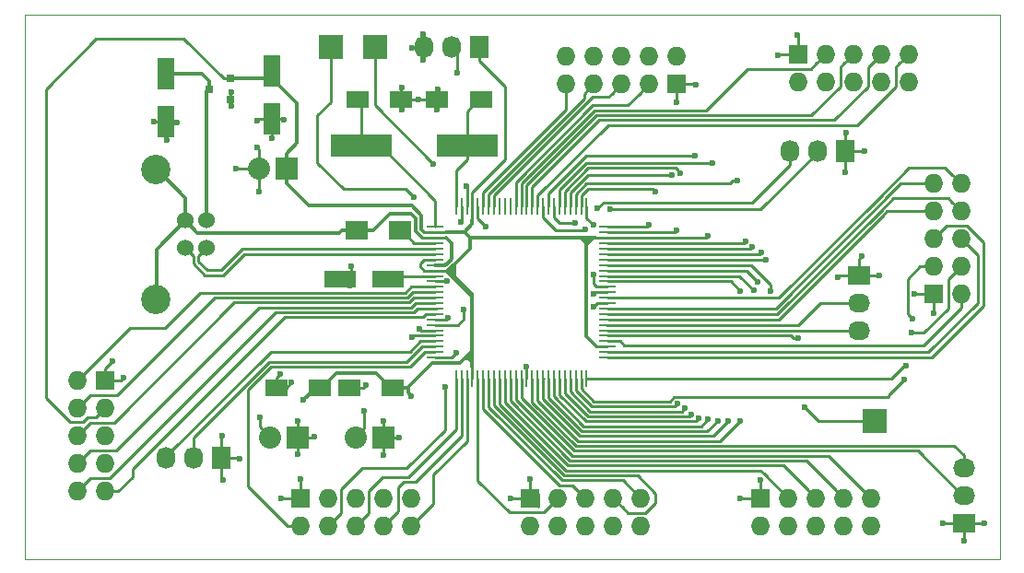
<source format=gtl>
G04 #@! TF.FileFunction,Copper,L1,Top,Signal*
%FSLAX46Y46*%
G04 Gerber Fmt 4.6, Leading zero omitted, Abs format (unit mm)*
G04 Created by KiCad (PCBNEW 4.0.2-stable) date vie 27 may 2016 00:51:31 CEST*
%MOMM*%
G01*
G04 APERTURE LIST*
%ADD10C,0.100000*%
%ADD11R,1.727200X1.727200*%
%ADD12O,1.727200X1.727200*%
%ADD13R,1.500000X0.280000*%
%ADD14R,0.280000X1.500000*%
%ADD15R,1.600200X2.999740*%
%ADD16R,2.000000X1.600000*%
%ADD17R,2.999740X1.600200*%
%ADD18R,2.032000X2.032000*%
%ADD19O,2.032000X2.032000*%
%ADD20R,1.727200X2.032000*%
%ADD21O,1.727200X2.032000*%
%ADD22R,2.235200X2.235200*%
%ADD23C,1.524000*%
%ADD24C,2.700020*%
%ADD25R,2.032000X1.727200*%
%ADD26O,2.032000X1.727200*%
%ADD27R,2.000000X1.700000*%
%ADD28R,0.800100X0.800100*%
%ADD29R,5.600700X2.100580*%
%ADD30C,0.600000*%
%ADD31C,0.350000*%
%ADD32C,0.250000*%
%ADD33C,0.300000*%
G04 APERTURE END LIST*
D10*
X96520000Y-77470000D02*
X96520000Y-127508000D01*
X186055000Y-77470000D02*
X96520000Y-77470000D01*
X186055000Y-127508000D02*
X186055000Y-77470000D01*
X96520000Y-127508000D02*
X186055000Y-127508000D01*
D11*
X121856500Y-121920000D03*
D12*
X121856500Y-124460000D03*
X124396500Y-121920000D03*
X124396500Y-124460000D03*
X126936500Y-121920000D03*
X126936500Y-124460000D03*
X129476500Y-121920000D03*
X129476500Y-124460000D03*
X132016500Y-121920000D03*
X132016500Y-124460000D03*
D13*
X134213000Y-97009396D03*
X134213000Y-97509396D03*
X134213000Y-98009396D03*
X134213000Y-98509396D03*
X134213000Y-99009396D03*
X134213000Y-99509396D03*
X134213000Y-100009396D03*
X134213000Y-100509396D03*
X134213000Y-101009396D03*
X134213000Y-101509396D03*
X134213000Y-102009396D03*
X134213000Y-102509396D03*
X134213000Y-103009396D03*
X134213000Y-103509396D03*
X134213000Y-104009396D03*
X134213000Y-104509396D03*
X134213000Y-105009396D03*
X134213000Y-105509396D03*
X134213000Y-106009396D03*
X134213000Y-106509396D03*
X134213000Y-107009396D03*
X134213000Y-107509396D03*
X134213000Y-108009396D03*
X134213000Y-108509396D03*
X134213000Y-109009396D03*
D14*
X136113000Y-110909396D03*
X136613000Y-110909396D03*
X137113000Y-110909396D03*
X137613000Y-110909396D03*
X138113000Y-110909396D03*
X138613000Y-110909396D03*
X139113000Y-110909396D03*
X139613000Y-110909396D03*
X140113000Y-110909396D03*
X140613000Y-110909396D03*
X141113000Y-110909396D03*
X141613000Y-110909396D03*
X142113000Y-110909396D03*
X142613000Y-110909396D03*
X143113000Y-110909396D03*
X143613000Y-110909396D03*
X144113000Y-110909396D03*
X144613000Y-110909396D03*
X145113000Y-110909396D03*
X145613000Y-110909396D03*
X146113000Y-110909396D03*
X146613000Y-110909396D03*
X147113000Y-110909396D03*
X147613000Y-110909396D03*
X148113000Y-110909396D03*
D13*
X150013000Y-109009396D03*
X150013000Y-108509396D03*
X150013000Y-108009396D03*
X150013000Y-107509396D03*
X150013000Y-107009396D03*
X150013000Y-106509396D03*
X150013000Y-106009396D03*
X150013000Y-105509396D03*
X150013000Y-105009396D03*
X150013000Y-104509396D03*
X150013000Y-104009396D03*
X150013000Y-103509396D03*
X150013000Y-103009396D03*
X150013000Y-102509396D03*
X150013000Y-102009396D03*
X150013000Y-101509396D03*
X150013000Y-101009396D03*
X150013000Y-100509396D03*
X150013000Y-100009396D03*
X150013000Y-99509396D03*
X150013000Y-99009396D03*
X150013000Y-98509396D03*
X150013000Y-98009396D03*
X150013000Y-97509396D03*
X150013000Y-97009396D03*
D14*
X148113000Y-95109396D03*
X147613000Y-95109396D03*
X147113000Y-95109396D03*
X146613000Y-95109396D03*
X146113000Y-95109396D03*
X145613000Y-95109396D03*
X145113000Y-95109396D03*
X144613000Y-95109396D03*
X144113000Y-95109396D03*
X143613000Y-95109396D03*
X143113000Y-95109396D03*
X142613000Y-95109396D03*
X142113000Y-95109396D03*
X141613000Y-95109396D03*
X141113000Y-95109396D03*
X140613000Y-95109396D03*
X140113000Y-95109396D03*
X139613000Y-95109396D03*
X139113000Y-95109396D03*
X138613000Y-95109396D03*
X138113000Y-95109396D03*
X137613000Y-95109396D03*
X137113000Y-95109396D03*
X136613000Y-95109396D03*
X136113000Y-95109396D03*
D15*
X109474000Y-82913220D03*
X109474000Y-87312500D03*
X119189500Y-82659220D03*
X119189500Y-87058500D03*
D16*
X138398000Y-85280500D03*
X134398000Y-85280500D03*
X127095500Y-85280500D03*
X131095500Y-85280500D03*
D17*
X129834640Y-101790500D03*
X125435360Y-101790500D03*
D16*
X123602500Y-111760000D03*
X119602500Y-111760000D03*
X130333500Y-111760000D03*
X126333500Y-111760000D03*
D18*
X120523000Y-91630500D03*
D19*
X117983000Y-91630500D03*
D20*
X138239500Y-80454500D03*
D21*
X135699500Y-80454500D03*
X133159500Y-80454500D03*
D22*
X128651000Y-80454500D03*
D23*
X113220500Y-98966020D03*
X113220500Y-96426020D03*
X111221520Y-96426020D03*
X111221520Y-98966020D03*
D24*
X108521500Y-103695500D03*
X108521500Y-91696540D03*
D20*
X171831000Y-90043000D03*
D21*
X169291000Y-90043000D03*
X166751000Y-90043000D03*
D25*
X173101000Y-101473000D03*
D26*
X173101000Y-104013000D03*
X173101000Y-106553000D03*
D22*
X124587000Y-80454500D03*
X174561500Y-114871500D03*
D20*
X114554000Y-118237000D03*
D21*
X112014000Y-118237000D03*
X109474000Y-118237000D03*
D25*
X182753000Y-124206000D03*
D26*
X182753000Y-121666000D03*
X182753000Y-119126000D03*
D27*
X130968500Y-97345500D03*
X126968500Y-97345500D03*
D28*
X115427760Y-85278000D03*
X115427760Y-83378000D03*
X113428780Y-84328000D03*
D29*
X137119360Y-89535000D03*
X127421640Y-89535000D03*
D18*
X121602500Y-116332000D03*
D19*
X119062500Y-116332000D03*
D18*
X129413000Y-116332000D03*
D19*
X126873000Y-116332000D03*
D11*
X167513000Y-81153000D03*
D12*
X167513000Y-83693000D03*
X170053000Y-81153000D03*
X170053000Y-83693000D03*
X172593000Y-81153000D03*
X172593000Y-83693000D03*
X175133000Y-81153000D03*
X175133000Y-83693000D03*
X177673000Y-81153000D03*
X177673000Y-83693000D03*
D11*
X156400500Y-83883500D03*
D12*
X156400500Y-81343500D03*
X153860500Y-83883500D03*
X153860500Y-81343500D03*
X151320500Y-83883500D03*
X151320500Y-81343500D03*
X148780500Y-83883500D03*
X148780500Y-81343500D03*
X146240500Y-83883500D03*
X146240500Y-81343500D03*
D11*
X142938500Y-121920000D03*
D12*
X142938500Y-124460000D03*
X145478500Y-121920000D03*
X145478500Y-124460000D03*
X148018500Y-121920000D03*
X148018500Y-124460000D03*
X150558500Y-121920000D03*
X150558500Y-124460000D03*
X153098500Y-121920000D03*
X153098500Y-124460000D03*
D11*
X164084000Y-121920000D03*
D12*
X164084000Y-124460000D03*
X166624000Y-121920000D03*
X166624000Y-124460000D03*
X169164000Y-121920000D03*
X169164000Y-124460000D03*
X171704000Y-121920000D03*
X171704000Y-124460000D03*
X174244000Y-121920000D03*
X174244000Y-124460000D03*
D11*
X179959000Y-103187500D03*
D12*
X182499000Y-103187500D03*
X179959000Y-100647500D03*
X182499000Y-100647500D03*
X179959000Y-98107500D03*
X182499000Y-98107500D03*
X179959000Y-95567500D03*
X182499000Y-95567500D03*
X179959000Y-93027500D03*
X182499000Y-93027500D03*
D11*
X103886000Y-111125000D03*
D12*
X101346000Y-111125000D03*
X103886000Y-113665000D03*
X101346000Y-113665000D03*
X103886000Y-116205000D03*
X101346000Y-116205000D03*
X103886000Y-118745000D03*
X101346000Y-118745000D03*
X103886000Y-121285000D03*
X101346000Y-121285000D03*
D30*
X179959000Y-104902000D03*
X178244500Y-103187500D03*
X104521000Y-109347000D03*
X105600500Y-110871000D03*
X158115000Y-83947000D03*
X156400500Y-85534500D03*
X167449500Y-79375000D03*
X165671500Y-81216500D03*
X171958000Y-88328500D03*
X173609000Y-90043000D03*
X171894500Y-91948000D03*
X175006000Y-101473000D03*
X173355000Y-99695000D03*
X171196000Y-101600000D03*
X184658000Y-124206000D03*
X182753000Y-125857000D03*
X180848000Y-124269500D03*
X164084000Y-120269000D03*
X162242500Y-121920000D03*
X142938500Y-120142000D03*
X141097000Y-121983500D03*
X116205000Y-118300500D03*
X114681000Y-120269000D03*
X114617500Y-116205000D03*
X117856000Y-89725500D03*
X115887500Y-91630500D03*
X117983000Y-93789500D03*
X148764615Y-104329220D03*
X120078500Y-121920000D03*
X121793000Y-120205500D03*
X127825500Y-111506000D03*
X120967500Y-111315500D03*
X119951500Y-110490000D03*
X123063000Y-116268500D03*
X121602500Y-114871500D03*
X121602500Y-117856000D03*
X129476500Y-117983000D03*
X130873500Y-116332000D03*
X129413000Y-114871500D03*
X135404346Y-105384376D03*
X126428500Y-102413436D03*
X135309989Y-102009396D03*
X142613000Y-109812407D03*
X115443000Y-84645500D03*
X115506500Y-85915500D03*
X133096000Y-79248000D03*
X132080000Y-80518000D03*
X133096000Y-81661000D03*
X108394500Y-87312500D03*
X110490000Y-87376000D03*
X109537500Y-89027000D03*
X120269000Y-87122000D03*
X119189500Y-88836500D03*
X117856000Y-87249000D03*
X134366000Y-86233000D03*
X134429500Y-84391500D03*
X131127500Y-86233000D03*
X131127500Y-84201000D03*
X132651500Y-85280500D03*
X126492000Y-100584000D03*
X136588500Y-96520000D03*
X122110500Y-112903000D03*
X132016500Y-112522000D03*
X159258000Y-97853500D03*
X162179000Y-114871500D03*
X161099500Y-114871500D03*
X160147000Y-114808000D03*
X159289441Y-114645716D03*
X158426135Y-114625111D03*
X157738392Y-114216421D03*
X157133836Y-113692464D03*
X156460266Y-113260813D03*
X147077140Y-96656980D03*
X158051500Y-90497480D03*
X147955000Y-97218500D03*
X162242500Y-102870000D03*
X163449000Y-102806500D03*
X163830000Y-102044500D03*
X165036500Y-102870000D03*
X164592000Y-100012500D03*
X164180397Y-99326495D03*
X163322000Y-98869500D03*
X162687000Y-98361500D03*
X156400500Y-97345500D03*
X153797000Y-96837500D03*
X148717000Y-96837500D03*
X154432000Y-93726000D03*
X161925000Y-92773500D03*
X155956000Y-92211980D03*
X156738389Y-92044988D03*
X159702500Y-91122500D03*
X138874500Y-96964500D03*
X136207500Y-82867500D03*
X134048500Y-91186000D03*
X137096500Y-93281500D03*
X127698500Y-113919000D03*
X148763112Y-101358285D03*
X150304500Y-95367020D03*
X148717000Y-103187500D03*
X149098000Y-95313500D03*
X136842500Y-104584500D03*
X132270500Y-94297500D03*
X168148000Y-113601500D03*
X167576500Y-107251500D03*
X136144000Y-108585000D03*
X135128000Y-111696500D03*
X178054000Y-105473500D03*
X177292000Y-111061500D03*
X177990500Y-106680000D03*
X177482500Y-109728000D03*
X132710151Y-106384376D03*
X132080000Y-107124500D03*
X118110000Y-114490500D03*
D31*
X113220500Y-96426020D02*
X113220500Y-84536280D01*
X113220500Y-84536280D02*
X113428780Y-84328000D01*
X113428780Y-84328000D02*
X113428780Y-83577950D01*
X112764050Y-82913220D02*
X110624100Y-82913220D01*
X113428780Y-83577950D02*
X112764050Y-82913220D01*
X110624100Y-82913220D02*
X109474000Y-82913220D01*
D32*
X179959000Y-103187500D02*
X179959000Y-104902000D01*
X179959000Y-103187500D02*
X178244500Y-103187500D01*
X103886000Y-111125000D02*
X103886000Y-109982000D01*
X103886000Y-109982000D02*
X104521000Y-109347000D01*
X103886000Y-111125000D02*
X105346500Y-111125000D01*
X105346500Y-111125000D02*
X105600500Y-110871000D01*
X156400500Y-83883500D02*
X158051500Y-83883500D01*
X158051500Y-83883500D02*
X158115000Y-83947000D01*
X156400500Y-83883500D02*
X156400500Y-85534500D01*
X167513000Y-81153000D02*
X167513000Y-79438500D01*
X167513000Y-79438500D02*
X167449500Y-79375000D01*
X167513000Y-81153000D02*
X165735000Y-81153000D01*
X165735000Y-81153000D02*
X165671500Y-81216500D01*
X171831000Y-90043000D02*
X171831000Y-88455500D01*
X171831000Y-88455500D02*
X171958000Y-88328500D01*
X171831000Y-90043000D02*
X173609000Y-90043000D01*
X171831000Y-90043000D02*
X171831000Y-91884500D01*
X171831000Y-91884500D02*
X171894500Y-91948000D01*
X173101000Y-101473000D02*
X175006000Y-101473000D01*
X173101000Y-101473000D02*
X173101000Y-99949000D01*
X173101000Y-99949000D02*
X173355000Y-99695000D01*
X173101000Y-101473000D02*
X171323000Y-101473000D01*
X171323000Y-101473000D02*
X171196000Y-101600000D01*
X182753000Y-124206000D02*
X184658000Y-124206000D01*
X182753000Y-124206000D02*
X182753000Y-125857000D01*
X182753000Y-124206000D02*
X180911500Y-124206000D01*
X180911500Y-124206000D02*
X180848000Y-124269500D01*
X164084000Y-121920000D02*
X164084000Y-120269000D01*
X164084000Y-121920000D02*
X162242500Y-121920000D01*
X142938500Y-121920000D02*
X142938500Y-120142000D01*
X142938500Y-121920000D02*
X141160500Y-121920000D01*
X141160500Y-121920000D02*
X141097000Y-121983500D01*
X114554000Y-118237000D02*
X116141500Y-118237000D01*
X116141500Y-118237000D02*
X116205000Y-118300500D01*
X114554000Y-118237000D02*
X114554000Y-120142000D01*
X114554000Y-120142000D02*
X114681000Y-120269000D01*
X114554000Y-118237000D02*
X114554000Y-116268500D01*
X114554000Y-116268500D02*
X114617500Y-116205000D01*
X117983000Y-91630500D02*
X117983000Y-89852500D01*
X117983000Y-89852500D02*
X117856000Y-89725500D01*
X117983000Y-91630500D02*
X115887500Y-91630500D01*
X117983000Y-91630500D02*
X117983000Y-93789500D01*
X150013000Y-104009396D02*
X149084439Y-104009396D01*
X149084439Y-104009396D02*
X148764615Y-104329220D01*
X121856500Y-121920000D02*
X120078500Y-121920000D01*
X121856500Y-121920000D02*
X121856500Y-120269000D01*
X121856500Y-120269000D02*
X121793000Y-120205500D01*
X126333500Y-111760000D02*
X127571500Y-111760000D01*
X127571500Y-111760000D02*
X127825500Y-111506000D01*
X119602500Y-111760000D02*
X120523000Y-111760000D01*
X120523000Y-111760000D02*
X120967500Y-111315500D01*
X119602500Y-111760000D02*
X119602500Y-110839000D01*
X119602500Y-110839000D02*
X119951500Y-110490000D01*
X121602500Y-116332000D02*
X122999500Y-116332000D01*
X122999500Y-116332000D02*
X123063000Y-116268500D01*
X121602500Y-116332000D02*
X121602500Y-114871500D01*
X121602500Y-116332000D02*
X121602500Y-117856000D01*
X129413000Y-116332000D02*
X129413000Y-117919500D01*
X129413000Y-117919500D02*
X129476500Y-117983000D01*
X129413000Y-116332000D02*
X130873500Y-116332000D01*
X129413000Y-116332000D02*
X129413000Y-114871500D01*
X135279326Y-105509396D02*
X135404346Y-105384376D01*
X134213000Y-105509396D02*
X135279326Y-105509396D01*
X126428500Y-101813360D02*
X126428500Y-101989172D01*
X126451360Y-101790500D02*
X126428500Y-101813360D01*
X126428500Y-101989172D02*
X126428500Y-102413436D01*
X134213000Y-102009396D02*
X135309989Y-102009396D01*
X142613000Y-110909396D02*
X142613000Y-109812407D01*
X115427760Y-85278000D02*
X115427760Y-84660740D01*
X115427760Y-84660740D02*
X115443000Y-84645500D01*
X115427760Y-85278000D02*
X115427760Y-85836760D01*
X115427760Y-85836760D02*
X115506500Y-85915500D01*
X133159500Y-80454500D02*
X133159500Y-79311500D01*
X133159500Y-79311500D02*
X133096000Y-79248000D01*
X133159500Y-80454500D02*
X133159500Y-81597500D01*
X133159500Y-81597500D02*
X133096000Y-81661000D01*
X109474000Y-87312500D02*
X108394500Y-87312500D01*
X109474000Y-87312500D02*
X110426500Y-87312500D01*
X110426500Y-87312500D02*
X110490000Y-87376000D01*
X109474000Y-87312500D02*
X109474000Y-88963500D01*
X109474000Y-88963500D02*
X109537500Y-89027000D01*
X119189500Y-87058500D02*
X120205500Y-87058500D01*
X120205500Y-87058500D02*
X120269000Y-87122000D01*
X119189500Y-87058500D02*
X119189500Y-88836500D01*
X119189500Y-87058500D02*
X118046500Y-87058500D01*
X118046500Y-87058500D02*
X117856000Y-87249000D01*
X134398000Y-85280500D02*
X134398000Y-86201000D01*
X134398000Y-86201000D02*
X134366000Y-86233000D01*
X134398000Y-85280500D02*
X134398000Y-84423000D01*
X134398000Y-84423000D02*
X134429500Y-84391500D01*
X131095500Y-85280500D02*
X131095500Y-86201000D01*
X131095500Y-86201000D02*
X131127500Y-86233000D01*
X131095500Y-85280500D02*
X131095500Y-84233000D01*
X131095500Y-84233000D02*
X131127500Y-84201000D01*
X132651500Y-85280500D02*
X134398000Y-85280500D01*
X131095500Y-85280500D02*
X132651500Y-85280500D01*
X126451360Y-101790500D02*
X124714000Y-101790500D01*
X126451360Y-101790500D02*
X126451360Y-100624640D01*
X126451360Y-100624640D02*
X126492000Y-100584000D01*
X136613000Y-96495500D02*
X136588500Y-96520000D01*
X136613000Y-95109396D02*
X136613000Y-96495500D01*
X143637000Y-122745500D02*
X143637000Y-121524186D01*
D33*
X136890222Y-97488278D02*
X135234118Y-97488278D01*
X137613000Y-96765500D02*
X137613000Y-96420504D01*
D31*
X123802500Y-111760000D02*
X123602500Y-111760000D01*
X130133500Y-111760000D02*
X128800000Y-110426500D01*
X125136000Y-110426500D02*
X123802500Y-111760000D01*
X130333500Y-111760000D02*
X130133500Y-111760000D01*
X128800000Y-110426500D02*
X125136000Y-110426500D01*
X123602500Y-111760000D02*
X123253500Y-111760000D01*
X123253500Y-111760000D02*
X122110500Y-112903000D01*
X131706000Y-111737500D02*
X131706000Y-112211500D01*
X131706000Y-112211500D02*
X132016500Y-112522000D01*
X131706000Y-111728500D02*
X131706000Y-111737500D01*
X131706000Y-111737500D02*
X131683500Y-111760000D01*
X131683500Y-111760000D02*
X130333500Y-111760000D01*
X148041999Y-107020999D02*
X149015395Y-107994395D01*
X148041999Y-102863499D02*
X148041999Y-107020999D01*
X148087987Y-102817511D02*
X148041999Y-102863499D01*
X148145500Y-98171000D02*
X148087987Y-98228513D01*
X148087987Y-98228513D02*
X148087987Y-102817511D01*
X120523000Y-91630500D02*
X120523000Y-90264500D01*
X120523000Y-90264500D02*
X121475500Y-89312000D01*
X121475500Y-89312000D02*
X121475500Y-85644990D01*
X121475500Y-85644990D02*
X119189500Y-83358990D01*
X119189500Y-83358990D02*
X119189500Y-82659220D01*
X132065902Y-95053989D02*
X122580489Y-95053989D01*
X122580489Y-95053989D02*
X120523000Y-92996500D01*
X120523000Y-92996500D02*
X120523000Y-91630500D01*
D32*
X103886000Y-113665000D02*
X103022401Y-114528599D01*
X101835130Y-114935000D02*
X100647500Y-114935000D01*
X100647500Y-114935000D02*
X98425000Y-112712500D01*
X98425000Y-112712500D02*
X98425000Y-84328000D01*
X103022401Y-114528599D02*
X102241531Y-114528599D01*
X102241531Y-114528599D02*
X101835130Y-114935000D01*
X98425000Y-84328000D02*
X103060500Y-79692500D01*
X103060500Y-79692500D02*
X111092210Y-79692500D01*
X111092210Y-79692500D02*
X114777710Y-83378000D01*
X114777710Y-83378000D02*
X115427760Y-83378000D01*
X150013000Y-98009396D02*
X159102104Y-98009396D01*
X159102104Y-98009396D02*
X159258000Y-97853500D01*
D31*
X132955500Y-97226898D02*
X133202999Y-97474397D01*
X132955500Y-95943587D02*
X132955500Y-97226898D01*
X132065902Y-95053989D02*
X132955500Y-95943587D01*
X137613000Y-109410500D02*
X137613000Y-109844394D01*
X137613000Y-108394500D02*
X137613000Y-109410500D01*
X137613000Y-109093000D02*
X137223500Y-109093000D01*
X137223500Y-109093000D02*
X136914500Y-109093000D01*
X137613000Y-109410500D02*
X137541000Y-109410500D01*
X137541000Y-109410500D02*
X137223500Y-109093000D01*
D32*
X137613000Y-109093000D02*
X137613000Y-108902500D01*
X137613000Y-110909396D02*
X137613000Y-109093000D01*
D31*
X136483103Y-109524397D02*
X136914500Y-109093000D01*
X136914500Y-109093000D02*
X137160000Y-108847500D01*
X137160000Y-108847500D02*
X137613000Y-108394500D01*
D32*
X137613000Y-108902500D02*
X137613000Y-108458000D01*
D31*
X137160000Y-108847500D02*
X137558000Y-108847500D01*
X137558000Y-108847500D02*
X137613000Y-108902500D01*
X137390222Y-99014298D02*
X135947520Y-100457000D01*
X135947520Y-100457000D02*
X135757020Y-100647500D01*
X135953500Y-101536500D02*
X135953500Y-100462980D01*
X135953500Y-100462980D02*
X135947520Y-100457000D01*
X135757020Y-100647500D02*
X135395124Y-101009396D01*
X135426396Y-101009396D02*
X135953500Y-101536500D01*
X135953500Y-101536500D02*
X137613000Y-103196000D01*
X135757020Y-100647500D02*
X135757020Y-101340020D01*
X135757020Y-101340020D02*
X135953500Y-101536500D01*
X148618896Y-98171000D02*
X148780500Y-98009396D01*
X148174396Y-98615500D02*
X148618896Y-98171000D01*
X148145500Y-98009396D02*
X148145500Y-98171000D01*
X148618896Y-98171000D02*
X148145500Y-98171000D01*
X147510500Y-98009396D02*
X148780500Y-98009396D01*
X148780500Y-98009396D02*
X148947998Y-98009396D01*
X148145500Y-98615500D02*
X148174396Y-98615500D01*
X137390222Y-98009396D02*
X147510500Y-98009396D01*
D32*
X148145500Y-98615500D02*
X148145500Y-98009396D01*
D31*
X147510500Y-98009396D02*
X147539396Y-98009396D01*
X147539396Y-98009396D02*
X148145500Y-98615500D01*
X137613000Y-103196000D02*
X137613000Y-108394500D01*
X131706000Y-111728500D02*
X133910103Y-109524397D01*
X133910103Y-109524397D02*
X136483103Y-109524397D01*
X135395124Y-101009396D02*
X135426396Y-101009396D01*
X137390222Y-98009396D02*
X137390222Y-99014298D01*
X135395124Y-101009396D02*
X135324413Y-101009396D01*
D32*
X150013000Y-98009396D02*
X148947998Y-98009396D01*
X148947998Y-98009396D02*
X148145500Y-98009396D01*
X137613000Y-96109396D02*
X137613000Y-96174398D01*
X137613000Y-96174398D02*
X137613000Y-95109396D01*
D31*
X136890222Y-97488278D02*
X137613000Y-96765500D01*
X136890222Y-97509396D02*
X136890222Y-97488278D01*
X136890222Y-97509396D02*
X137390222Y-98009396D01*
D32*
X132065902Y-95053989D02*
X131953000Y-95053989D01*
D31*
X115427760Y-83378000D02*
X118470720Y-83378000D01*
X118470720Y-83378000D02*
X119189500Y-82659220D01*
D32*
X150013000Y-108009396D02*
X149013000Y-108009396D01*
X134178001Y-97474397D02*
X133202999Y-97474397D01*
X134213000Y-97509396D02*
X134178001Y-97474397D01*
X137613000Y-108458000D02*
X137613000Y-103409396D01*
X137613000Y-103409396D02*
X135213000Y-101009396D01*
X135213000Y-101009396D02*
X134213000Y-101009396D01*
X132842000Y-100638396D02*
X132842000Y-100380396D01*
X132842000Y-100380396D02*
X133213000Y-100009396D01*
X133213000Y-100009396D02*
X134213000Y-100009396D01*
X134213000Y-101009396D02*
X133213000Y-101009396D01*
X133213000Y-101009396D02*
X132842000Y-100638396D01*
X134213000Y-101009396D02*
X135324413Y-101009396D01*
X137613000Y-96420504D02*
X137613000Y-96109396D01*
X134213000Y-97509396D02*
X135213000Y-97509396D01*
X138239500Y-81720500D02*
X138239500Y-80454500D01*
X140652500Y-84133500D02*
X138239500Y-81720500D01*
X140652500Y-90822072D02*
X140652500Y-84133500D01*
X137613000Y-93861572D02*
X140652500Y-90822072D01*
X137613000Y-95109396D02*
X137613000Y-93861572D01*
X137119360Y-89535000D02*
X137119360Y-86359140D01*
X137119360Y-86359140D02*
X138198000Y-85280500D01*
X138198000Y-85280500D02*
X138398000Y-85280500D01*
X137119360Y-89535000D02*
X137119360Y-90835290D01*
X137119360Y-90835290D02*
X136113000Y-91841650D01*
X136113000Y-91841650D02*
X136113000Y-94109396D01*
X136113000Y-94109396D02*
X136113000Y-95109396D01*
X134213000Y-97009396D02*
X134213000Y-94576300D01*
X134213000Y-94576300D02*
X129171700Y-89535000D01*
X129171700Y-89535000D02*
X127421640Y-89535000D01*
X127421640Y-89535000D02*
X127421640Y-85606640D01*
X127421640Y-85606640D02*
X127095500Y-85280500D01*
X134213000Y-101509396D02*
X130115744Y-101509396D01*
X130115744Y-101509396D02*
X129834640Y-101790500D01*
X143613000Y-111909396D02*
X143613000Y-110909396D01*
X147301977Y-116664663D02*
X143613000Y-112975686D01*
X143613000Y-112975686D02*
X143613000Y-111909396D01*
X160385837Y-116664663D02*
X147301977Y-116664663D01*
X162179000Y-114871500D02*
X160385837Y-116664663D01*
X143613000Y-110909396D02*
X143613000Y-112020809D01*
X160799501Y-115171499D02*
X161099500Y-114871500D01*
X144113000Y-112839275D02*
X147488377Y-116214652D01*
X144113000Y-110909396D02*
X144113000Y-112839275D01*
X159756348Y-116214652D02*
X160799501Y-115171499D01*
X147488377Y-116214652D02*
X159756348Y-116214652D01*
X144113000Y-110909396D02*
X144147999Y-110909396D01*
X144613000Y-110909396D02*
X144613000Y-112702864D01*
X144613000Y-112702864D02*
X147674777Y-115764641D01*
X147674777Y-115764641D02*
X159190359Y-115764641D01*
X159190359Y-115764641D02*
X160147000Y-114808000D01*
X145113000Y-110909396D02*
X145113000Y-112566453D01*
X159283122Y-114652035D02*
X159289441Y-114645716D01*
X145113000Y-112566453D02*
X147861177Y-115314630D01*
X147861177Y-115314630D02*
X158620527Y-115314630D01*
X158620527Y-115314630D02*
X159289441Y-114645716D01*
X158186627Y-114864619D02*
X158426135Y-114625111D01*
X145613000Y-112430042D02*
X148047577Y-114864619D01*
X148047577Y-114864619D02*
X158186627Y-114864619D01*
X145613000Y-110909396D02*
X145613000Y-112430042D01*
X146113000Y-110909396D02*
X146113000Y-112293631D01*
X157540205Y-114414608D02*
X157738392Y-114216421D01*
X146113000Y-112293631D02*
X148233977Y-114414608D01*
X148233977Y-114414608D02*
X157540205Y-114414608D01*
X156861703Y-113964597D02*
X157133836Y-113692464D01*
X146613000Y-110909396D02*
X146613000Y-112157220D01*
X148420377Y-113964597D02*
X156861703Y-113964597D01*
X146613000Y-112157220D02*
X148420377Y-113964597D01*
X147113000Y-110909396D02*
X147113000Y-112020809D01*
X156206648Y-113514431D02*
X156460266Y-113260813D01*
X148606622Y-113514431D02*
X156206648Y-113514431D01*
X147113000Y-112020809D02*
X148606622Y-113514431D01*
X145113000Y-96109396D02*
X145660584Y-96656980D01*
X145113000Y-95109396D02*
X145113000Y-96109396D01*
X146652876Y-96656980D02*
X147077140Y-96656980D01*
X145660584Y-96656980D02*
X146652876Y-96656980D01*
X144613000Y-95109396D02*
X144613000Y-93952339D01*
X144613000Y-93952339D02*
X148067859Y-90497480D01*
X157627236Y-90497480D02*
X158051500Y-90497480D01*
X148067859Y-90497480D02*
X157627236Y-90497480D01*
X145285604Y-97282000D02*
X147891500Y-97282000D01*
X147891500Y-97282000D02*
X147955000Y-97218500D01*
X144113000Y-95109396D02*
X144113000Y-96109396D01*
X144113000Y-96109396D02*
X145285604Y-97282000D01*
X150013000Y-102009396D02*
X161381896Y-102009396D01*
X161381896Y-102009396D02*
X162242500Y-102870000D01*
X150013000Y-101509396D02*
X162151896Y-101509396D01*
X162151896Y-101509396D02*
X163449000Y-102806500D01*
X163512500Y-101727000D02*
X163830000Y-102044500D01*
X150013000Y-101009396D02*
X162794896Y-101009396D01*
X162794896Y-101009396D02*
X163512500Y-101727000D01*
X165036500Y-102870000D02*
X165036500Y-102298500D01*
X165036500Y-102298500D02*
X163247396Y-100509396D01*
X150013000Y-100509396D02*
X163247396Y-100509396D01*
X164588896Y-100009396D02*
X164592000Y-100012500D01*
X150013000Y-100009396D02*
X164588896Y-100009396D01*
X150013000Y-99509396D02*
X163997496Y-99509396D01*
X163997496Y-99509396D02*
X164180397Y-99326495D01*
X150013000Y-99009396D02*
X163182104Y-99009396D01*
X163182104Y-99009396D02*
X163322000Y-98869500D01*
X150013000Y-98509396D02*
X162539104Y-98509396D01*
X162539104Y-98509396D02*
X162687000Y-98361500D01*
X150013000Y-97509396D02*
X156236604Y-97509396D01*
X156236604Y-97509396D02*
X156400500Y-97345500D01*
X150013000Y-97009396D02*
X153625104Y-97009396D01*
X153625104Y-97009396D02*
X153797000Y-96837500D01*
X148113000Y-95109396D02*
X148113000Y-96233500D01*
X148113000Y-96233500D02*
X148717000Y-96837500D01*
X148275394Y-93472000D02*
X154178000Y-93472000D01*
X154178000Y-93472000D02*
X154432000Y-93726000D01*
X147613000Y-95109396D02*
X147647999Y-95074397D01*
X147647999Y-95074397D02*
X147647999Y-94099395D01*
X147647999Y-94099395D02*
X148275394Y-93472000D01*
X161252247Y-93021989D02*
X161500736Y-92773500D01*
X147113000Y-93997983D02*
X148088994Y-93021989D01*
X147113000Y-95109396D02*
X147113000Y-93997983D01*
X148088994Y-93021989D02*
X161252247Y-93021989D01*
X161500736Y-92773500D02*
X161925000Y-92773500D01*
X146613000Y-93861572D02*
X148262592Y-92211980D01*
X148262592Y-92211980D02*
X155531736Y-92211980D01*
X146613000Y-95109396D02*
X146613000Y-93861572D01*
X155531736Y-92211980D02*
X155956000Y-92211980D01*
X156280379Y-91586978D02*
X156438390Y-91744989D01*
X146113000Y-93725161D02*
X148251183Y-91586978D01*
X156438390Y-91744989D02*
X156738389Y-92044988D01*
X146113000Y-95109396D02*
X146113000Y-93725161D01*
X148251183Y-91586978D02*
X156280379Y-91586978D01*
X145613000Y-93588750D02*
X148079250Y-91122500D01*
X148079250Y-91122500D02*
X159278236Y-91122500D01*
X145613000Y-95109396D02*
X145613000Y-93588750D01*
X159278236Y-91122500D02*
X159702500Y-91122500D01*
X148857712Y-86279967D02*
X159084033Y-86279967D01*
X169189401Y-82016599D02*
X170053000Y-81153000D01*
X168719500Y-82486500D02*
X169189401Y-82016599D01*
X162877500Y-82486500D02*
X168719500Y-82486500D01*
X142113000Y-93024679D02*
X148857712Y-86279967D01*
X159084033Y-86279967D02*
X162877500Y-82486500D01*
X142113000Y-95109396D02*
X142113000Y-93024679D01*
X171404399Y-82341601D02*
X171729401Y-82016599D01*
X171404399Y-84100731D02*
X171404399Y-82341601D01*
X168775152Y-86729978D02*
X171404399Y-84100731D01*
X149044112Y-86729978D02*
X168775152Y-86729978D01*
X142613000Y-93161090D02*
X149044112Y-86729978D01*
X142613000Y-95109396D02*
X142613000Y-93161090D01*
X171729401Y-82016599D02*
X172593000Y-81153000D01*
X149230511Y-87179989D02*
X143113000Y-93297500D01*
X173944399Y-82341601D02*
X173944399Y-84100731D01*
X175133000Y-81153000D02*
X173944399Y-82341601D01*
X143113000Y-94109396D02*
X143113000Y-95109396D01*
X143113000Y-93297500D02*
X143113000Y-94109396D01*
X173944399Y-84100731D02*
X170865141Y-87179989D01*
X170865141Y-87179989D02*
X149230511Y-87179989D01*
X150092396Y-87630000D02*
X172955130Y-87630000D01*
X176809401Y-82016599D02*
X177673000Y-81153000D01*
X172955130Y-87630000D02*
X176484399Y-84100731D01*
X176484399Y-84100731D02*
X176484399Y-82341601D01*
X176484399Y-82341601D02*
X176809401Y-82016599D01*
X143613000Y-95109396D02*
X143613000Y-94109396D01*
X143613000Y-94109396D02*
X150092396Y-87630000D01*
X152996901Y-84747099D02*
X153860500Y-83883500D01*
X148671312Y-85829956D02*
X151914044Y-85829956D01*
X141613000Y-95109396D02*
X141613000Y-92888268D01*
X141613000Y-92888268D02*
X148671312Y-85829956D01*
X151914044Y-85829956D02*
X152996901Y-84747099D01*
X139613000Y-95109396D02*
X139613000Y-94134394D01*
X139613000Y-94134394D02*
X148675293Y-85072101D01*
X150131899Y-85072101D02*
X150456901Y-84747099D01*
X148675293Y-85072101D02*
X150131899Y-85072101D01*
X150456901Y-84747099D02*
X151320500Y-83883500D01*
X139113000Y-95109396D02*
X139113000Y-93997983D01*
X139113000Y-93997983D02*
X147916901Y-85194082D01*
X147916901Y-85194082D02*
X147916901Y-84747099D01*
X147916901Y-84747099D02*
X148780500Y-83883500D01*
X139113000Y-93997983D02*
X145923000Y-87187984D01*
X138613000Y-93859089D02*
X146240500Y-86231589D01*
X138613000Y-95109396D02*
X138613000Y-93859089D01*
X146240500Y-85104814D02*
X146240500Y-83883500D01*
X146240500Y-86231589D02*
X146240500Y-85104814D01*
X136207500Y-82867500D02*
X136207500Y-80962500D01*
X136207500Y-80962500D02*
X135699500Y-80454500D01*
X138113000Y-95109396D02*
X138113000Y-96203000D01*
X138113000Y-96203000D02*
X138874500Y-96964500D01*
X134048500Y-91186000D02*
X128651000Y-85788500D01*
X128651000Y-85788500D02*
X128651000Y-80454500D01*
X137113000Y-95109396D02*
X137113000Y-93298000D01*
X137113000Y-93298000D02*
X137096500Y-93281500D01*
X127698500Y-113919000D02*
X127698500Y-115506500D01*
X127698500Y-115506500D02*
X126873000Y-116332000D01*
X148763112Y-101782549D02*
X148763112Y-101358285D01*
X148763112Y-102259508D02*
X148763112Y-101782549D01*
X149013000Y-102509396D02*
X148763112Y-102259508D01*
X150013000Y-102509396D02*
X149013000Y-102509396D01*
X169291000Y-90195400D02*
X164119380Y-95367020D01*
X164119380Y-95367020D02*
X150728764Y-95367020D01*
X169291000Y-90043000D02*
X169291000Y-90195400D01*
X150728764Y-95367020D02*
X150304500Y-95367020D01*
X148717000Y-103187500D02*
X148895104Y-103009396D01*
X148895104Y-103009396D02*
X150013000Y-103009396D01*
X163318000Y-94742000D02*
X149669500Y-94742000D01*
X149669500Y-94742000D02*
X149098000Y-95313500D01*
X166751000Y-91309000D02*
X163318000Y-94742000D01*
X166751000Y-90043000D02*
X166751000Y-91309000D01*
X134213000Y-102509396D02*
X132000716Y-102509396D01*
X132000716Y-102509396D02*
X131471675Y-103038437D01*
X131471675Y-103038437D02*
X112607563Y-103038437D01*
X112607563Y-103038437D02*
X109347000Y-106299000D01*
X109347000Y-106299000D02*
X106172000Y-106299000D01*
X106172000Y-106299000D02*
X101346000Y-111125000D01*
X134213000Y-103009396D02*
X132137127Y-103009396D01*
X132137127Y-103009396D02*
X131658075Y-103488448D01*
X131658075Y-103488448D02*
X113935552Y-103488448D01*
X113935552Y-103488448D02*
X104947601Y-112476399D01*
X104947601Y-112476399D02*
X102534601Y-112476399D01*
X102534601Y-112476399D02*
X101346000Y-113665000D01*
X120523000Y-103938459D02*
X120280041Y-103938459D01*
X120523000Y-103938459D02*
X122809000Y-103938459D01*
X104693601Y-115016399D02*
X115771541Y-103938459D01*
X115771541Y-103938459D02*
X120523000Y-103938459D01*
X101346000Y-116205000D02*
X102534601Y-115016399D01*
X102534601Y-115016399D02*
X104693601Y-115016399D01*
X121527959Y-103938459D02*
X122809000Y-103938459D01*
X122809000Y-103938459D02*
X131844474Y-103938459D01*
X132273537Y-103509396D02*
X133213000Y-103509396D01*
X131844474Y-103938459D02*
X132273537Y-103509396D01*
X133213000Y-103509396D02*
X134213000Y-103509396D01*
X101346000Y-118745000D02*
X102534601Y-117556399D01*
X102534601Y-117556399D02*
X104884101Y-117556399D01*
X104884101Y-117556399D02*
X118052028Y-104388472D01*
X118052028Y-104388472D02*
X120592028Y-104388472D01*
X120592028Y-104388472D02*
X121856498Y-104388472D01*
X121856498Y-104388472D02*
X121856500Y-104388470D01*
X132030874Y-104388470D02*
X121856500Y-104388470D01*
X121856500Y-104388470D02*
X121714359Y-104388470D01*
X132409950Y-104009396D02*
X132030874Y-104388470D01*
X134213000Y-104009396D02*
X132409950Y-104009396D01*
X106426000Y-119254410D02*
X120391919Y-105288491D01*
X120391919Y-105288491D02*
X121660509Y-105288491D01*
X103886000Y-121285000D02*
X105107314Y-121285000D01*
X106426000Y-119966314D02*
X106426000Y-119254410D01*
X105107314Y-121285000D02*
X106426000Y-119966314D01*
X133350000Y-105009396D02*
X134213000Y-105009396D01*
X121660509Y-105288491D02*
X133070905Y-105288491D01*
X133070905Y-105288491D02*
X133350000Y-105009396D01*
X101346000Y-121285000D02*
X102534601Y-120096399D01*
X102534601Y-120096399D02*
X104293731Y-120096399D01*
X104293731Y-120096399D02*
X119551648Y-104838482D01*
X134377604Y-104509396D02*
X134213000Y-104509396D01*
X119551648Y-104838482D02*
X132217275Y-104838481D01*
X132217275Y-104838481D02*
X132546360Y-104509396D01*
X132546360Y-104509396D02*
X134377604Y-104509396D01*
X167547194Y-106009396D02*
X169543590Y-104013000D01*
X169543590Y-104013000D02*
X173101000Y-104013000D01*
X167547194Y-106009396D02*
X162877500Y-106009396D01*
X163345896Y-106009396D02*
X162877500Y-106009396D01*
X162877500Y-106009396D02*
X149951396Y-106009396D01*
X149951396Y-106009396D02*
X150988002Y-106009396D01*
X150013000Y-106509396D02*
X173057396Y-106509396D01*
X173057396Y-106509396D02*
X173101000Y-106553000D01*
X167683604Y-106509396D02*
X167449500Y-106509396D01*
X167449500Y-106509396D02*
X166878000Y-106509396D01*
X150013000Y-106509396D02*
X166878000Y-106509396D01*
X166878000Y-106509396D02*
X167088396Y-106509396D01*
X136842500Y-105473500D02*
X136306604Y-106009396D01*
X136306604Y-106009396D02*
X134213000Y-106009396D01*
X136842500Y-104584500D02*
X136842500Y-105473500D01*
X131445000Y-93535500D02*
X132207000Y-94297500D01*
X132207000Y-94297500D02*
X132270500Y-94297500D01*
X125793500Y-93535500D02*
X131445000Y-93535500D01*
X123380500Y-91122500D02*
X125793500Y-93535500D01*
X123380500Y-89929502D02*
X123380500Y-91122500D01*
X123380500Y-86741000D02*
X123380500Y-89929502D01*
X124587000Y-85534500D02*
X123380500Y-86741000D01*
X124587000Y-80454500D02*
X124587000Y-85534500D01*
X174561500Y-114871500D02*
X169418000Y-114871500D01*
X169418000Y-114871500D02*
X168148000Y-113601500D01*
X150013000Y-107009396D02*
X166116000Y-107009396D01*
X167152236Y-107251500D02*
X166910132Y-107009396D01*
X166116000Y-107009396D02*
X166572396Y-107009396D01*
X167576500Y-107251500D02*
X167152236Y-107251500D01*
X166910132Y-107009396D02*
X166116000Y-107009396D01*
X118933204Y-109407883D02*
X120586500Y-109407883D01*
X112014000Y-116327087D02*
X118933204Y-109407883D01*
X112014000Y-118237000D02*
X112014000Y-116327087D01*
X131572000Y-109407883D02*
X120586500Y-109407883D01*
X120586500Y-109407883D02*
X120333706Y-109407883D01*
X134213000Y-108009396D02*
X132970487Y-108009396D01*
X132970487Y-108009396D02*
X131572000Y-109407883D01*
X120153021Y-108458000D02*
X120396000Y-108458000D01*
X120396000Y-108458000D02*
X131885473Y-108458000D01*
X109474000Y-118237000D02*
X109474000Y-118084600D01*
X109474000Y-118084600D02*
X119100600Y-108458000D01*
X119100600Y-108458000D02*
X120396000Y-108458000D01*
X131885473Y-108458000D02*
X132834077Y-107509396D01*
X132834077Y-107509396D02*
X134213000Y-107509396D01*
X121856500Y-124460000D02*
X120635186Y-124460000D01*
X117030500Y-120855314D02*
X117030500Y-111946998D01*
X120635186Y-124460000D02*
X117030500Y-120855314D01*
X117030500Y-111946998D02*
X119119604Y-109857894D01*
X119119604Y-109857894D02*
X120840500Y-109857894D01*
X120520106Y-109857894D02*
X120840500Y-109857894D01*
X120840500Y-109857894D02*
X131889500Y-109857894D01*
X133237998Y-108509396D02*
X134213000Y-108509396D01*
X131889500Y-109857894D02*
X133237998Y-108509396D01*
X131585502Y-119189500D02*
X135128000Y-115647002D01*
X125585101Y-121112399D02*
X127508000Y-119189500D01*
X127508000Y-119189500D02*
X131585502Y-119189500D01*
X124396500Y-124460000D02*
X125585101Y-123271399D01*
X125585101Y-123271399D02*
X125585101Y-121112399D01*
X135128000Y-112120764D02*
X135128000Y-111696500D01*
X135128000Y-115647002D02*
X135128000Y-112120764D01*
X136144000Y-108585000D02*
X135719604Y-109009396D01*
X135719604Y-109009396D02*
X134213000Y-109009396D01*
X128125101Y-121239399D02*
X129399641Y-119964859D01*
X128125101Y-123271399D02*
X128125101Y-121239399D01*
X126936500Y-124460000D02*
X128125101Y-123271399D01*
X136113000Y-111909396D02*
X136113000Y-110909396D01*
X136113000Y-115570000D02*
X136113000Y-111909396D01*
X131718141Y-119964859D02*
X136113000Y-115570000D01*
X129399641Y-119964859D02*
X131718141Y-119964859D01*
X132397500Y-120414870D02*
X136613000Y-116199370D01*
X130810000Y-120904000D02*
X131299130Y-120414870D01*
X131299130Y-120414870D02*
X132397500Y-120414870D01*
X130810000Y-123126500D02*
X130810000Y-120904000D01*
X129476500Y-124460000D02*
X130810000Y-123126500D01*
X136613000Y-116141500D02*
X136613000Y-110909396D01*
X136613000Y-116199370D02*
X136613000Y-116141500D01*
X136613000Y-111909396D02*
X136613000Y-110909396D01*
X134048500Y-119777500D02*
X137113000Y-116713000D01*
X132016500Y-124460000D02*
X134048500Y-122428000D01*
X134048500Y-122428000D02*
X134048500Y-119777500D01*
X137113000Y-110909396D02*
X137113000Y-116713000D01*
X138112500Y-118052143D02*
X138112500Y-120332500D01*
X138112500Y-120332500D02*
X141033500Y-123253500D01*
X141033500Y-123253500D02*
X144145000Y-123253500D01*
X144145000Y-123253500D02*
X145478500Y-121920000D01*
X138112500Y-111909896D02*
X138112500Y-118052143D01*
X138113000Y-111909396D02*
X138112500Y-111909896D01*
X138113000Y-110909396D02*
X138113000Y-111909396D01*
X138613000Y-113703385D02*
X145653302Y-120743687D01*
X138613000Y-110909396D02*
X138613000Y-113703385D01*
X145653302Y-120743687D02*
X146842187Y-120743687D01*
X146842187Y-120743687D02*
X148018500Y-121920000D01*
X151422099Y-122783599D02*
X150558500Y-121920000D01*
X151909899Y-123271399D02*
X151422099Y-122783599D01*
X153506231Y-123271399D02*
X151909899Y-123271399D01*
X154432000Y-122345630D02*
X153506231Y-123271399D01*
X154432000Y-121494370D02*
X154432000Y-122345630D01*
X152781295Y-119843665D02*
X154432000Y-121494370D01*
X146026102Y-119843665D02*
X152781295Y-119843665D01*
X139613000Y-110909396D02*
X139613000Y-113430563D01*
X139613000Y-113430563D02*
X146026102Y-119843665D01*
X139613000Y-111909396D02*
X139613000Y-110909396D01*
X145839702Y-120293676D02*
X151472176Y-120293676D01*
X139113000Y-110909396D02*
X139113000Y-113566974D01*
X139113000Y-113566974D02*
X145839702Y-120293676D01*
X151472176Y-120293676D02*
X153098500Y-121920000D01*
X153225500Y-119393653D02*
X164097653Y-119393653D01*
X164097653Y-119393653D02*
X164384154Y-119680154D01*
X164384154Y-119680154D02*
X166624000Y-121920000D01*
X146212502Y-119393654D02*
X140113000Y-113294152D01*
X140113000Y-111909396D02*
X140113000Y-110909396D01*
X140113000Y-113294152D02*
X140113000Y-111909396D01*
X153571510Y-119393654D02*
X146212502Y-119393654D01*
X140613000Y-110909396D02*
X140613000Y-113157741D01*
X140613000Y-113157741D02*
X146398902Y-118943643D01*
X146398902Y-118943643D02*
X166187643Y-118943643D01*
X166187643Y-118943643D02*
X168300401Y-121056401D01*
X168300401Y-121056401D02*
X169164000Y-121920000D01*
X141113000Y-110909396D02*
X141113000Y-113021330D01*
X141113000Y-113021330D02*
X146585302Y-118493632D01*
X146585302Y-118493632D02*
X168277632Y-118493632D01*
X168277632Y-118493632D02*
X170840401Y-121056401D01*
X170840401Y-121056401D02*
X171704000Y-121920000D01*
X174244000Y-121920000D02*
X170367621Y-118043621D01*
X170367621Y-118043621D02*
X146771702Y-118043621D01*
X141613000Y-112884919D02*
X141613000Y-110909396D01*
X146771702Y-118043621D02*
X141613000Y-112884919D01*
X146958102Y-117593610D02*
X176212500Y-117593610D01*
X176212500Y-117593610D02*
X176496210Y-117593610D01*
X182753000Y-121666000D02*
X182600600Y-121666000D01*
X182600600Y-121666000D02*
X178528210Y-117593610D01*
X178528210Y-117593610D02*
X176212500Y-117593610D01*
X142113000Y-110909396D02*
X142113000Y-112748508D01*
X142113000Y-112748508D02*
X146958102Y-117593610D01*
X155702000Y-117114674D02*
X155855317Y-117114674D01*
X147115577Y-117114674D02*
X155702000Y-117114674D01*
X155702000Y-117114674D02*
X181855274Y-117114674D01*
X181855274Y-117114674D02*
X181884199Y-117143599D01*
X155884242Y-117143599D02*
X176466500Y-117143599D01*
X176466500Y-117143599D02*
X177329313Y-117143599D01*
X182753000Y-119126000D02*
X182753000Y-118012400D01*
X182753000Y-118012400D02*
X181884199Y-117143599D01*
X181884199Y-117143599D02*
X176466500Y-117143599D01*
X143113000Y-113112097D02*
X147115577Y-117114674D01*
X143113000Y-110909396D02*
X143113000Y-113112097D01*
X155855317Y-117114674D02*
X155884242Y-117143599D01*
X168719500Y-107876501D02*
X177482500Y-107876501D01*
X182499000Y-104408814D02*
X179031313Y-107876501D01*
X182499000Y-103187500D02*
X182499000Y-104408814D01*
X179031313Y-107876501D02*
X177482500Y-107876501D01*
X168719500Y-107876501D02*
X168892501Y-107876501D01*
X166292605Y-107876501D02*
X168719500Y-107876501D01*
X150013000Y-107509396D02*
X151193500Y-107509396D01*
X151560605Y-107876501D02*
X151193500Y-107509396D01*
X167876501Y-107876501D02*
X151560605Y-107876501D01*
X178737686Y-100647500D02*
X179959000Y-100647500D01*
X177619498Y-101765688D02*
X178737686Y-100647500D01*
X177619498Y-105038998D02*
X177619498Y-101765688D01*
X178054000Y-105473500D02*
X177619498Y-105038998D01*
X175844689Y-112635811D02*
X175844689Y-112508811D01*
X175844689Y-112508811D02*
X177292000Y-111061500D01*
X155766075Y-113030000D02*
X156160264Y-112635811D01*
X147613000Y-110909396D02*
X147647999Y-110944395D01*
X156160264Y-112635811D02*
X175844689Y-112635811D01*
X147647999Y-111919397D02*
X148758602Y-113030000D01*
X148758602Y-113030000D02*
X155766075Y-113030000D01*
X147647999Y-110944395D02*
X147647999Y-111919397D01*
X181635401Y-101511099D02*
X182499000Y-100647500D01*
X181310399Y-101836101D02*
X181635401Y-101511099D01*
X181310399Y-104475605D02*
X181310399Y-101836101D01*
X179106004Y-106680000D02*
X181310399Y-104475605D01*
X177990500Y-106680000D02*
X179106004Y-106680000D01*
X176110604Y-110909396D02*
X177292000Y-109728000D01*
X177292000Y-109728000D02*
X177482500Y-109728000D01*
X175450076Y-110909396D02*
X176110604Y-110909396D01*
X148113000Y-110909396D02*
X175450076Y-110909396D01*
X150013000Y-109009396D02*
X179852104Y-109009396D01*
X179852104Y-109009396D02*
X184594500Y-104267000D01*
X184594500Y-104267000D02*
X184594500Y-98443870D01*
X184594500Y-98443870D02*
X183069529Y-96918899D01*
X179959000Y-98107500D02*
X181147601Y-96918899D01*
X181147601Y-96918899D02*
X183069529Y-96918899D01*
X178117500Y-108509396D02*
X179526604Y-108509396D01*
X179526604Y-108509396D02*
X184023000Y-104013000D01*
X184023000Y-104013000D02*
X184023000Y-99631500D01*
X184023000Y-99631500D02*
X182499000Y-98107500D01*
X178325613Y-108509396D02*
X178117500Y-108509396D01*
X178117500Y-108509396D02*
X151013000Y-108509396D01*
X151013000Y-108509396D02*
X150013000Y-108509396D01*
X175705910Y-95567500D02*
X175319400Y-95954011D01*
X179959000Y-95567500D02*
X175705910Y-95567500D01*
X175319400Y-95954011D02*
X175317989Y-95954011D01*
X175317989Y-95954011D02*
X165762604Y-105509396D01*
X165762604Y-105509396D02*
X150086396Y-105509396D01*
X175133000Y-95504000D02*
X176258101Y-94378899D01*
X176258101Y-94378899D02*
X181310399Y-94378899D01*
X181310399Y-94378899D02*
X181635401Y-94703901D01*
X181635401Y-94703901D02*
X182499000Y-95567500D01*
X175131590Y-95504000D02*
X175133000Y-95504000D01*
X165626194Y-105009396D02*
X175131590Y-95504000D01*
X150013000Y-105009396D02*
X165626194Y-105009396D01*
X151013000Y-104509396D02*
X150013000Y-104509396D01*
X165489783Y-104509396D02*
X151013000Y-104509396D01*
X179959000Y-93027500D02*
X176971679Y-93027500D01*
X176971679Y-93027500D02*
X165489783Y-104509396D01*
X177795768Y-91567000D02*
X179006500Y-91567000D01*
X179006500Y-91567000D02*
X181038500Y-91567000D01*
X174890020Y-94413480D02*
X177736500Y-91567000D01*
X177736500Y-91567000D02*
X179006500Y-91567000D01*
X174887199Y-94413480D02*
X174890020Y-94413480D01*
X165791282Y-103509396D02*
X174887199Y-94413480D01*
X181635401Y-92163901D02*
X182499000Y-93027500D01*
X181038500Y-91567000D02*
X181635401Y-92163901D01*
X150013000Y-103509396D02*
X165791282Y-103509396D01*
X134213000Y-98509396D02*
X132282396Y-98509396D01*
X132282396Y-98509396D02*
X131118500Y-97345500D01*
X131118500Y-97345500D02*
X130968500Y-97345500D01*
X132835171Y-106509396D02*
X132710151Y-106384376D01*
X134213000Y-106509396D02*
X132835171Y-106509396D01*
X134213000Y-107009396D02*
X132195104Y-107009396D01*
X132195104Y-107009396D02*
X132080000Y-107124500D01*
D31*
X111221520Y-96426020D02*
X112358521Y-97563021D01*
X112358521Y-97563021D02*
X125400979Y-97563021D01*
X125618500Y-97345500D02*
X126968500Y-97345500D01*
X125400979Y-97563021D02*
X125618500Y-97345500D01*
D32*
X135699500Y-98495896D02*
X135213000Y-98034406D01*
X135213000Y-98034406D02*
X135213000Y-98009396D01*
D33*
X135681823Y-98513573D02*
X135681823Y-98478219D01*
X135681823Y-98478219D02*
X135238010Y-98034406D01*
X135238010Y-98034406D02*
X135213000Y-98034406D01*
X135681823Y-99980221D02*
X135681823Y-98513573D01*
X135681823Y-98513573D02*
X135699500Y-98495896D01*
D32*
X135223001Y-100474397D02*
X135681823Y-99980221D01*
D33*
X134213000Y-100509396D02*
X135081937Y-100509396D01*
X135177658Y-100484386D02*
X135232011Y-100430033D01*
X135081937Y-100509396D02*
X135106947Y-100484386D01*
X135106947Y-100484386D02*
X135177658Y-100484386D01*
X135232011Y-100430033D02*
X135681823Y-99980221D01*
D31*
X108585000Y-103632000D02*
X108585000Y-99062540D01*
X108585000Y-99062540D02*
X111285020Y-96362520D01*
X130060000Y-95821500D02*
X131969502Y-95821500D01*
X131969502Y-95821500D02*
X132405489Y-96257487D01*
X132405489Y-96257487D02*
X132405489Y-97384009D01*
X128536000Y-97345500D02*
X130060000Y-95821500D01*
X126968500Y-97345500D02*
X128318500Y-97345500D01*
X128318500Y-97345500D02*
X128536000Y-97345500D01*
X111285020Y-96362520D02*
X111285020Y-94333060D01*
X111285020Y-94333060D02*
X108585000Y-91633040D01*
D32*
X133030876Y-98009396D02*
X132405489Y-97384009D01*
X134213000Y-98009396D02*
X133030876Y-98009396D01*
X135213000Y-98009396D02*
X134213000Y-98009396D01*
X111285020Y-96489520D02*
X112372021Y-97576521D01*
X118110000Y-114490500D02*
X118110000Y-115379500D01*
X118110000Y-115379500D02*
X119062500Y-116332000D01*
X134213000Y-99009396D02*
X134212999Y-99009397D01*
X113260552Y-100969000D02*
X112471009Y-100179457D01*
X134212999Y-99009397D02*
X116473551Y-99009397D01*
X116473551Y-99009397D02*
X114513948Y-100969000D01*
X114513948Y-100969000D02*
X113260552Y-100969000D01*
X112471009Y-100179457D02*
X112471009Y-99715511D01*
X112471009Y-99715511D02*
X113220500Y-98966020D01*
X111971011Y-100386563D02*
X111971011Y-99715511D01*
X111971011Y-99715511D02*
X111221520Y-98966020D01*
X113053448Y-101469000D02*
X111971011Y-100386563D01*
X114721052Y-101469000D02*
X113053448Y-101469000D01*
X116680657Y-99509395D02*
X114721052Y-101469000D01*
X134212999Y-99509395D02*
X116680657Y-99509395D01*
X134212999Y-99509395D02*
X134213000Y-99509396D01*
M02*

</source>
